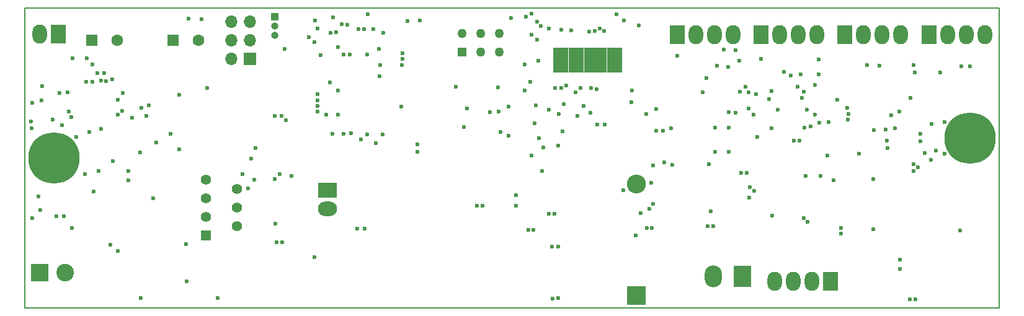
<source format=gbr>
G04 #@! TF.FileFunction,Copper,L5,Inr,Signal*
%FSLAX46Y46*%
G04 Gerber Fmt 4.6, Leading zero omitted, Abs format (unit mm)*
G04 Created by KiCad (PCBNEW 4.0.7) date 06/15/18 17:29:42*
%MOMM*%
%LPD*%
G01*
G04 APERTURE LIST*
%ADD10C,0.100000*%
%ADD11C,0.150000*%
%ADD12R,1.600000X1.600000*%
%ADD13C,1.600000*%
%ADD14R,2.600000X2.600000*%
%ADD15O,2.600000X2.600000*%
%ADD16C,7.000000*%
%ADD17R,1.700000X1.700000*%
%ADD18O,1.700000X1.700000*%
%ADD19R,1.000000X1.000000*%
%ADD20O,1.000000X1.000000*%
%ADD21R,2.350000X3.000000*%
%ADD22O,2.350000X3.000000*%
%ADD23C,1.270000*%
%ADD24R,1.270000X1.270000*%
%ADD25R,2.000000X2.600000*%
%ADD26O,2.000000X2.600000*%
%ADD27R,1.397000X1.397000*%
%ADD28C,1.397000*%
%ADD29R,1.100000X0.890000*%
%ADD30R,2.600000X2.000000*%
%ADD31O,2.600000X2.000000*%
%ADD32C,2.400000*%
%ADD33R,2.400000X2.400000*%
%ADD34C,0.600000*%
G04 APERTURE END LIST*
D10*
D11*
X25000000Y-164000000D02*
X25000000Y-123000000D01*
X158000000Y-164000000D02*
X25000000Y-164000000D01*
X158000000Y-123000000D02*
X158000000Y-164000000D01*
X25000000Y-123000000D02*
X158000000Y-123000000D01*
D12*
X45200000Y-127450000D03*
D13*
X48700000Y-127450000D03*
D12*
X34100000Y-127450000D03*
D13*
X37600000Y-127450000D03*
D14*
X108490000Y-162350000D03*
D15*
X108490000Y-147110000D03*
D16*
X154010000Y-140810000D03*
D17*
X55690000Y-129950000D03*
D18*
X53150000Y-129950000D03*
X55690000Y-127410000D03*
X53150000Y-127410000D03*
X55690000Y-124870000D03*
X53150000Y-124870000D03*
D19*
X59090000Y-124250000D03*
D20*
X59090000Y-125520000D03*
X59090000Y-126790000D03*
D21*
X122950000Y-159700000D03*
D22*
X118990000Y-159700000D03*
D23*
X84690000Y-126480000D03*
X87230000Y-126480000D03*
X89770000Y-126480000D03*
D24*
X84690000Y-129020000D03*
D23*
X87230000Y-129020000D03*
X89770000Y-129020000D03*
D25*
X125520000Y-126650000D03*
D26*
X128060000Y-126650000D03*
X130600000Y-126650000D03*
X133140000Y-126650000D03*
D25*
X114080000Y-126650000D03*
D26*
X116620000Y-126650000D03*
X119160000Y-126650000D03*
X121700000Y-126650000D03*
D25*
X136950000Y-126650000D03*
D26*
X139490000Y-126650000D03*
X142030000Y-126650000D03*
X144570000Y-126650000D03*
D25*
X148400000Y-126650000D03*
D26*
X150940000Y-126650000D03*
X153480000Y-126650000D03*
X156020000Y-126650000D03*
D27*
X49734000Y-154120000D03*
D28*
X53925000Y-152850000D03*
X49734000Y-151580000D03*
X53925000Y-150310000D03*
X49734000Y-149040000D03*
X53925000Y-147770000D03*
X49734000Y-146500000D03*
D29*
X106045000Y-131385000D03*
X106045000Y-130535000D03*
X106045000Y-128835000D03*
X106045000Y-129685000D03*
X104988750Y-129685000D03*
X104988750Y-128835000D03*
X104988750Y-130535000D03*
X104988750Y-131385000D03*
X103932500Y-131385000D03*
X103932500Y-130535000D03*
X103932500Y-128835000D03*
X103932500Y-129685000D03*
X102876250Y-129685000D03*
X102876250Y-128835000D03*
X102876250Y-130535000D03*
X102876250Y-131385000D03*
X101820000Y-131385000D03*
X101820000Y-130535000D03*
X101820000Y-128835000D03*
X101820000Y-129685000D03*
X100763750Y-129685000D03*
X100763750Y-128835000D03*
X100763750Y-130535000D03*
X100763750Y-131385000D03*
X99707500Y-131385000D03*
X99707500Y-130535000D03*
X99707500Y-128835000D03*
X99707500Y-129685000D03*
X98651250Y-129685000D03*
X98651250Y-128835000D03*
X98651250Y-130535000D03*
X98651250Y-131385000D03*
X97595000Y-131385000D03*
X97595000Y-130535000D03*
X97595000Y-128835000D03*
X97595000Y-129685000D03*
D16*
X29000000Y-143500000D03*
D30*
X66330000Y-147920000D03*
D31*
X66330000Y-150460000D03*
D25*
X29550000Y-126600000D03*
D26*
X27010000Y-126600000D03*
D32*
X30500000Y-159200000D03*
D33*
X27000000Y-159200000D03*
D25*
X134950000Y-160350000D03*
D26*
X132410000Y-160350000D03*
X129870000Y-160350000D03*
X127330000Y-160350000D03*
D34*
X110760000Y-144490000D03*
X46040000Y-134840000D03*
X36980000Y-143930000D03*
X94020000Y-133140000D03*
X98530000Y-136130000D03*
X70910000Y-140970000D03*
X135390000Y-146570000D03*
X91040000Y-136500000D03*
X94190000Y-143200000D03*
X132850000Y-137600000D03*
X117540000Y-134510000D03*
X123760000Y-134520000D03*
X145920000Y-135330000D03*
X137400000Y-137480000D03*
X150540000Y-138580000D03*
X146940000Y-144780000D03*
X83850000Y-133810000D03*
X73530000Y-130850000D03*
X73400000Y-132350000D03*
X67510000Y-126300000D03*
X73910000Y-126390000D03*
X72890000Y-141450000D03*
X71720000Y-140270000D03*
X73850000Y-140310000D03*
X46030000Y-142350000D03*
X56290000Y-146460000D03*
X61410000Y-145950000D03*
X59090000Y-146420000D03*
X41940000Y-136300000D03*
X41610000Y-137770000D03*
X47340000Y-124500000D03*
X49070000Y-124570000D03*
X95560000Y-145290000D03*
X60470000Y-128630000D03*
X123920000Y-147470000D03*
X114040000Y-129570000D03*
X125460000Y-129950000D03*
X111180000Y-136800000D03*
X39660000Y-137980000D03*
X113240000Y-139490000D03*
X113410000Y-144430000D03*
X118330000Y-144360000D03*
X59220000Y-152510000D03*
X59780000Y-145720000D03*
X146320000Y-145300000D03*
X132850000Y-133510000D03*
X126580000Y-135430000D03*
X121980000Y-137340000D03*
X100410000Y-137720000D03*
X100195000Y-134575000D03*
X120960000Y-131070000D03*
X112290000Y-144090000D03*
X64600000Y-124750000D03*
X67760000Y-128390000D03*
X31500000Y-129920000D03*
X33430000Y-129850000D03*
X34890000Y-131880000D03*
X25830000Y-138540000D03*
X25890000Y-139460000D03*
X134750000Y-138640000D03*
X137260000Y-136680000D03*
X89580000Y-133900000D03*
X49880000Y-133910000D03*
X35032340Y-145312460D03*
X42550000Y-148990000D03*
X34380000Y-148110000D03*
X26880000Y-148730000D03*
X26040000Y-151750000D03*
X40767660Y-142777540D03*
X150570000Y-142960000D03*
X149380000Y-142540000D03*
X144340000Y-137130000D03*
X152640000Y-153450000D03*
X139960000Y-130840000D03*
X146290000Y-130840000D03*
X152790000Y-130960000D03*
X66730000Y-126420000D03*
X67030000Y-124260000D03*
X66610000Y-133190000D03*
X72530000Y-125910000D03*
X64530000Y-157030000D03*
X71400000Y-153170000D03*
X70330000Y-153170000D03*
X98350000Y-139900000D03*
X108380000Y-154140000D03*
X54740000Y-145730000D03*
X92065000Y-150050000D03*
X88470000Y-137210000D03*
X92060000Y-148620000D03*
X89630000Y-137190000D03*
X109870000Y-153110000D03*
X110610000Y-153090000D03*
X97270000Y-151120000D03*
X96530000Y-151140000D03*
X123880000Y-148970000D03*
X34180000Y-133140000D03*
X34180000Y-130700000D03*
X47050000Y-160360000D03*
X47010000Y-155250000D03*
X28770000Y-138240000D03*
X32020000Y-140650000D03*
X121050000Y-142650000D03*
X119180000Y-142650000D03*
X131300000Y-151700000D03*
X131830000Y-152220000D03*
X121100000Y-139390000D03*
X119180000Y-139390000D03*
X144480000Y-158710000D03*
X144480000Y-157360000D03*
X123790000Y-136760000D03*
X97880000Y-137540000D03*
X109060000Y-151010000D03*
X133620000Y-146010000D03*
X140790000Y-146430000D03*
X106650000Y-147900000D03*
X110220000Y-150430000D03*
X95110000Y-130220000D03*
X96500000Y-136900000D03*
X104100000Y-126160000D03*
X106740000Y-124730000D03*
X102790000Y-126160000D03*
X107900000Y-134250000D03*
X103010000Y-134090000D03*
X101240000Y-136390000D03*
X98240000Y-133950000D03*
X110750000Y-149790000D03*
X140790000Y-153280000D03*
X110460000Y-146860000D03*
X104120000Y-138950000D03*
X103090000Y-138930000D03*
X148660000Y-143750000D03*
X102160000Y-137330000D03*
X102280000Y-133950000D03*
X64940000Y-137190000D03*
X27110000Y-150630000D03*
X146470000Y-131860000D03*
X149970000Y-131870000D03*
X154000000Y-130950000D03*
X64930000Y-136390000D03*
X64930000Y-135600000D03*
X141630000Y-130910000D03*
X119450000Y-130900000D03*
X121980000Y-128800000D03*
X117990000Y-132610000D03*
X64950000Y-134780000D03*
X118960000Y-152830000D03*
X118220000Y-152850000D03*
X96990000Y-155630000D03*
X97770000Y-155620000D03*
X97760000Y-162690000D03*
X97000000Y-162710000D03*
X71810000Y-123870000D03*
X68470000Y-129390000D03*
X60060000Y-137780000D03*
X35370000Y-132930000D03*
X39090000Y-145280000D03*
X94550000Y-138760000D03*
X143230000Y-137700000D03*
X68250000Y-125260000D03*
X124580000Y-147980000D03*
X131560000Y-145980000D03*
X98220000Y-125960000D03*
X108810000Y-125370000D03*
X142710000Y-141180000D03*
X142720000Y-142140000D03*
X129960000Y-141110000D03*
X130700000Y-141110000D03*
X125000000Y-140600000D03*
X99540000Y-126070000D03*
X130930000Y-132050000D03*
X130450000Y-133790000D03*
X134570000Y-143180000D03*
X133370000Y-130050000D03*
X133340000Y-132050000D03*
X103450000Y-125800000D03*
X128600000Y-131730000D03*
X138890000Y-142930000D03*
X133410000Y-138720000D03*
X102040000Y-126210000D03*
X137350000Y-138260000D03*
X100850000Y-133930000D03*
X131380000Y-139350000D03*
X66940000Y-140230000D03*
X97330000Y-133950000D03*
X84960000Y-139260000D03*
X89930000Y-139920000D03*
X122770000Y-145530000D03*
X123520000Y-145550000D03*
X25960000Y-136020000D03*
X35830000Y-131890000D03*
X31020000Y-137140000D03*
X124770000Y-134780000D03*
X124440000Y-137630000D03*
X109790000Y-137470000D03*
X131310000Y-134460000D03*
X147840000Y-142820000D03*
X147280000Y-141230000D03*
X122580000Y-134450000D03*
X135870000Y-135530000D03*
X35410000Y-139510000D03*
X71730000Y-129370000D03*
X111160000Y-139760000D03*
X112100000Y-139770000D03*
X148740000Y-138890000D03*
X78550000Y-141660000D03*
X78560000Y-142640000D03*
X67730000Y-137590000D03*
X95770000Y-142050000D03*
X122550000Y-130190000D03*
X120380000Y-128690000D03*
X94130000Y-123820000D03*
X67720000Y-134290000D03*
X129540000Y-132230000D03*
X66130000Y-137600000D03*
X93190000Y-134250000D03*
X71290000Y-125930000D03*
X70550000Y-125920000D03*
X73350000Y-128600000D03*
X64500000Y-127720000D03*
X63790000Y-127020000D03*
X76540000Y-129990000D03*
X94950000Y-127380000D03*
X96530000Y-125820000D03*
X131110000Y-135310000D03*
X123380000Y-133810000D03*
X94910000Y-124870000D03*
X93200000Y-130690000D03*
X76500000Y-130790000D03*
X97790000Y-141780000D03*
X76340000Y-136490000D03*
X140920000Y-139680000D03*
X146290000Y-144350000D03*
X59080000Y-137750000D03*
X65390000Y-129440000D03*
X64930000Y-125860000D03*
X77260000Y-124770000D03*
X78900000Y-124740000D03*
X105780000Y-123860000D03*
X143740000Y-139470000D03*
X142540000Y-139590000D03*
X68540000Y-140230000D03*
X44870000Y-140220000D03*
X40900000Y-136660000D03*
X29760000Y-134600000D03*
X30850000Y-134560000D03*
X69500000Y-140150000D03*
X42930000Y-141360000D03*
X31430000Y-153050000D03*
X132250000Y-139230000D03*
X95410000Y-125460000D03*
X76520000Y-129190000D03*
X94180000Y-126660000D03*
X127000000Y-151370000D03*
X118620000Y-150780000D03*
X107820000Y-135860000D03*
X98920000Y-133650000D03*
X146570000Y-162800000D03*
X136390000Y-153110000D03*
X145830000Y-162800000D03*
X136390000Y-153860000D03*
X33400000Y-133120000D03*
X33190000Y-145710000D03*
X55500000Y-147680000D03*
X30050000Y-139000000D03*
X33770000Y-139920000D03*
X37700000Y-137550000D03*
X27320000Y-133730000D03*
X37660000Y-135550000D03*
X59330000Y-155030000D03*
X60080000Y-155010000D03*
X94410000Y-153360000D03*
X93710000Y-153360000D03*
X87450000Y-150050000D03*
X86730000Y-150070000D03*
X36100000Y-133050000D03*
X147230000Y-140220000D03*
X93390000Y-124240000D03*
X91380000Y-124410000D03*
X69320000Y-129410000D03*
X60590000Y-138330000D03*
X56500000Y-142140000D03*
X55910000Y-143630000D03*
X39080000Y-146570000D03*
X95150000Y-140780000D03*
X69000000Y-125270000D03*
X121040000Y-137270000D03*
X131750000Y-136890000D03*
X126930000Y-139490000D03*
X127770000Y-136920000D03*
X126910000Y-134400000D03*
X91020000Y-140460000D03*
X94710000Y-136340000D03*
X85370000Y-136710000D03*
X36640000Y-155390000D03*
X37650000Y-156220000D03*
X38260000Y-137080000D03*
X36900000Y-132770000D03*
X38360000Y-134650000D03*
X31360000Y-137960000D03*
X27310000Y-135660000D03*
X30300000Y-151470000D03*
X51330000Y-162680000D03*
X29330000Y-151470000D03*
X40800000Y-162680000D03*
M02*

</source>
